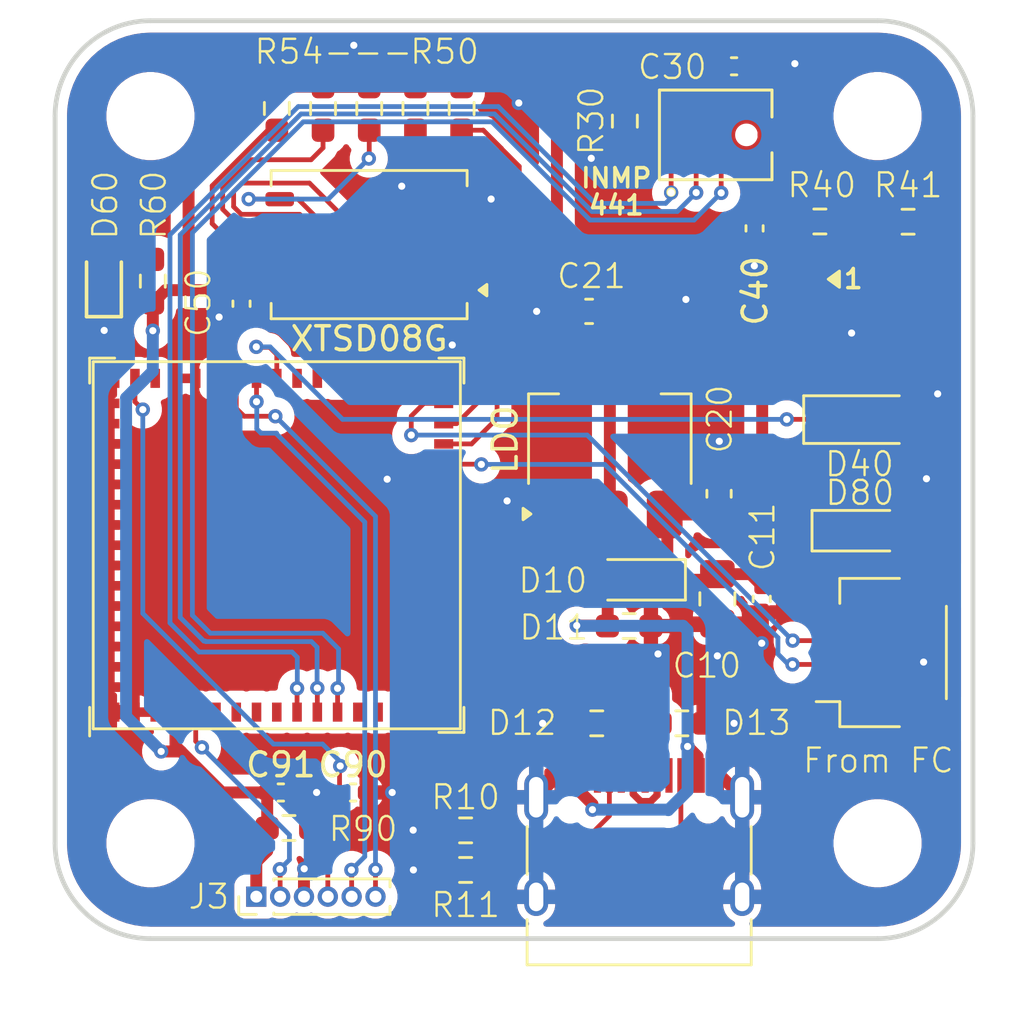
<source format=kicad_pcb>
(kicad_pcb (version 20241229) (generator "pcbnew") (generator_version "9.0")
  (layers (0 "F.Cu" signal) (2 "B.Cu" signal) (13 "F.Paste" user) (15 "B.Paste" user) (5 "F.SilkS" user "F.Silkscreen") (7 "B.SilkS" user "B.Silkscreen") (1 "F.Mask" user) (3 "B.Mask" user) (25 "Edge.Cuts" user))
  (net 0 "")
  (net 1 "GND")
  (net 2 "+5V")
  (net 3 "+3V3")
  (net 4 "EN")
  (net 6 "Net-(D6-DIN)")
  (net 7 "VBUS")
  (net 8 "USB_D-")
  (net 9 "USB_D+")
  (net 10 "RGB_CTRL")
  (net 11 "Net-(D40-A)")
  (net 12 "Net-(D60-Pad2)")
  (net 13 "Net-(D80-A)")
  (net 15 "Net-(J1-CC1)")
  (net 16 "Net-(J1-CC2)")
  (net 18 "ENABLE")
  (net 19 "RECORD")
  (net 20 "U0RXD")
  (net 21 "U0TXD")
  (net 22 "GPIO0{slash}BOOT")
  (net 23 "I2S_SD")
  (net 24 "SDIO_DATA_2")
  (net 25 "SDIO_DATA_3")
  (net 26 "SDIO_CMD")
  (net 27 "SDIO_DATA_0")
  (net 28 "SDIO_DATA_1")
  (net 41 "I2S_WS")
  (net 42 "SDIO_CLK")
  (net 45 "I2S_SCK")
  (footprint "Resistor_SMD:R_0603_1608Metric_Pad0.98x0.95mm_HandSolder" (layer "F.Cu") (at 172.31 84.86)
    (property "Reference" "R90")
    (property "Value" "10 kΩ")
  )
  (footprint "Resistor_SMD:R_0603_1608Metric_Pad0.98x0.95mm_HandSolder" (layer "F.Cu") (at 185.22 80.47)
    (property "Reference" "D12")
    (property "Value" "~")
  )
  (footprint "MountingHole:MountingHole_3.2mm_M3" (layer "F.Cu") (at 166.5 55)
    (property "Reference" "H1" (hide yes))
    (property "Value" "MountingHole")
  )
  (footprint "Capacitor_SMD:C_0402_1005Metric_Pad0.74x0.62mm_HandSolder" (layer "F.Cu") (at 191.84 59.71 -90)
    (property "Reference" "C40")
    (property "Value" "100nF/10V/X7R")
  )
  (footprint "Resistor_SMD:R_0603_1608Metric_Pad0.98x0.95mm_HandSolder" (layer "F.Cu") (at 194.58 59.42 180)
    (property "Reference" "R40")
    (property "Value" "4.7kΩ")
  )
  (footprint "Resistor_SMD:R_0603_1608Metric_Pad0.98x0.95mm_HandSolder" (layer "F.Cu") (at 179.5525 54.68 -90)
    (property "Reference" "R50")
    (property "Value" "10kΩ")
  )
  (footprint "Resistor_SMD:R_0603_1608Metric_Pad0.98x0.95mm_HandSolder" (layer "F.Cu") (at 186.58 76.39 180)
    (property "Reference" "D11")
    (property "Value" "~")
  )
  (footprint "Capacitor_SMD:C_0603_1608Metric_Pad1.08x0.95mm_HandSolder" (layer "F.Cu") (at 184.9 63.19 180)
    (property "Reference" "C21")
    (property "Value" "10uF/16V/X7R")
  )
  (footprint "Capacitor_SMD:C_0402_1005Metric_Pad0.74x0.62mm_HandSolder" (layer "F.Cu") (at 171.97 83.37)
    (property "Reference" "C91")
    (property "Value" "100nF/10V/X7R")
  )
  (footprint "Resistor_SMD:R_0603_1608Metric_Pad0.98x0.95mm_HandSolder" (layer "F.Cu") (at 177.615 54.68 -90)
    (property "Reference" "R51" (hide yes))
    (property "Value" "~")
  )
  (footprint "Connector_JST:JST_SH_SM04B-SRSS-TB_1x04-1MP_P1.00mm_Horizontal" (layer "F.Cu") (at 197.2 77.5 90)
    (property "Reference" "J2" (hide yes))
    (property "Value" "Conn_01x04")
  )
  (footprint "PCM_JLCPCB:LED_WS2812B_PLCC4_5.0x5.0mm_P3.2mm" (layer "F.Cu") (at 196.5 63.5)
    (property "Reference" "D6" (hide yes))
    (property "Value" "WS2812B")
  )
  (footprint "MountingHole:MountingHole_3.2mm_M3" (layer "F.Cu") (at 197 85.5)
    (property "Reference" "From FC")
    (property "Value" "MountingHole")
  )
  (footprint "Resistor_SMD:R_0603_1608Metric_Pad0.98x0.95mm_HandSolder" (layer "F.Cu") (at 166.6 61.9225 -90)
    (property "Reference" "R60")
    (property "Value" "1kΩ")
  )
  (footprint "Connector_PinHeader_1.00mm:PinHeader_1x06_P1.00mm_Vertical" (layer "F.Cu") (at 170.94 87.74 90)
    (property "Reference" "J3")
    (property "Value" "Conn_01x06")
  )
  (footprint "Package_LGA:LGA-8_8x6mm_P1.27mm" (layer "F.Cu") (at 175.6725 60.39 180)
    (property "Reference" "XTSD08G")
    (property "Value" "XTSD08G")
  )
  (footprint "MountingHole:MountingHole_3.2mm_M3" (layer "F.Cu") (at 166.5 85.5)
    (property "Reference" "H1" (hide yes))
    (property "Value" "MountingHole")
  )
  (footprint "PCM_JLCPCB:D_0603" (layer "F.Cu") (at 164.55 61.9225 90)
    (property "Reference" "D60" (hide yes))
    (property "Value" "Red")
  )
  (footprint "Capacitor_SMD:C_0805_2012Metric_Pad1.18x1.45mm_HandSolder" (layer "F.Cu") (at 190.28 75.25 -90)
    (property "Reference" "C10")
    (property "Value" "10uF/16V/X7R")
  )
  (footprint "PCM_Espressif:ESP32-S3-MINI-1U" (layer "F.Cu") (at 171.8 73 90)
    (property "Reference" "U1" (hide yes))
    (property "Value" "ESP32-S3-MINI-1U")
  )
  (footprint "Capacitor_SMD:C_0603_1608Metric_Pad1.08x0.95mm_HandSolder" (layer "F.Cu") (at 190.35 70.84 90)
    (property "Reference" "C20")
    (property "Value" "1uF/16V/X7R")
  )
  (footprint "Resistor_SMD:R_0603_1608Metric_Pad0.98x0.95mm_HandSolder" (layer "F.Cu") (at 188.79 80.47 180)
    (property "Reference" "D13")
    (property "Value" "~")
  )
  (footprint "Capacitor_SMD:C_0402_1005Metric_Pad0.74x0.62mm_HandSolder" (layer "F.Cu") (at 192.14 75.25 -90)
    (property "Reference" "C11")
    (property "Value" "100nF/16V/X7R")
  )
  (footprint "Resistor_SMD:R_0603_1608Metric_Pad0.98x0.95mm_HandSolder" (layer "F.Cu") (at 179.72 84.96)
    (property "Reference" "R10")
    (property "Value" "5.1kΩ")
  )
  (footprint "Diode_SMD:D_SOD-123" (layer "F.Cu") (at 196.26 67.73)
    (property "Reference" "D40")
    (property "Value" "1N4148W")
  )
  (footprint "Resistor_SMD:R_0603_1608Metric_Pad0.98x0.95mm_HandSolder" (layer "F.Cu") (at 173.74 54.68 -90)
    (property "Reference" "R53" (hide yes))
    (property "Value" "~")
  )
  (footprint "Diode_SMD:D_SOD-323_HandSoldering" (layer "F.Cu") (at 196.26 72.39)
    (property "Reference" "D80")
    (property "Value" "B5819")
  )
  (footprint "FPVSoundLogger_HW:MIC_INMP441ACEZ-R7" (layer "F.Cu") (at 190.21 55.7875 180)
    (property "Reference" "INMP")
    (property "Value" "INMP441/IVENSENSE-I2S")
  )
  (footprint "Package_TO_SOT_SMD:SOT-223-3_TabPin2" (layer "F.Cu") (at 185.77 68.56 90)
    (property "Reference" "LDO")
    (property "Value" "AMS1117-3.3")
  )
  (footprint "Capacitor_SMD:C_0402_1005Metric_Pad0.74x0.62mm_HandSolder" (layer "F.Cu") (at 190.98 52.91)
    (property "Reference" "C30")
    (property "Value" "100nF/10V/X7R")
  )
  (footprint "Capacitor_SMD:C_0402_1005Metric_Pad0.74x0.62mm_HandSolder" (layer "F.Cu") (at 175 83.37)
    (property "Reference" "C90")
    (property "Value" "100nF/10V/X7R")
  )
  (footprint "Resistor_SMD:R_0603_1608Metric_Pad0.98x0.95mm_HandSolder" (layer "F.Cu") (at 171.8025 54.68 -90)
    (property "Reference" "R54")
    (property "Value" "~")
  )
  (footprint "Resistor_SMD:R_0603_1608Metric_Pad0.98x0.95mm_HandSolder" (layer "F.Cu") (at 179.72 86.62)
    (property "Reference" "R11")
    (property "Value" "5.1kΩ")
  )
  (footprint "Capacitor_SMD:C_0402_1005Metric_Pad0.74x0.62mm_HandSolder" (layer "F.Cu") (at 170.32 62.87 -90)
    (property "Reference" "C50")
    (property "Value" "100nF/10V/X7R")
  )
  (footprint "Connector_USB:USB_C_Receptacle_HRO_TYPE-C-31-M-12" (layer "F.Cu") (at 187 86.7)
    (property "Reference" "J1" (hide yes))
    (property "Value" "USB_C_Receptacle_USB2.0_16P")
  )
  (footprint "Resistor_SMD:R_0603_1608Metric_Pad0.98x0.95mm_HandSolder" (layer "F.Cu") (at 198.28 59.43)
    (property "Reference" "R41")
    (property "Value" "0R")
  )
  (footprint "Resistor_SMD:R_0603_1608Metric_Pad0.98x0.95mm_HandSolder" (layer "F.Cu") (at 186.4 55.21 90)
    (property "Reference" "R30")
    (property "Value" "100kΩ")
  )
  (footprint "Diode_SMD:D_SOD-323_HandSoldering" (layer "F.Cu") (at 186.93 74.45 180)
    (property "Reference" "D10")
    (property "Value" "B5819")
  )
  (footprint "MountingHole:MountingHole_3.2mm_M3" (layer "F.Cu") (at 197 55)
    (property "Reference" "H1" (hide yes))
    (property "Value" "MountingHole")
  )
  (footprint "Resistor_SMD:R_0603_1608Metric_Pad0.98x0.95mm_HandSolder" (layer "F.Cu") (at 175.6775 54.68 -90)
    (property "Reference" "R52" (hide yes))
    (property "Value" "~")
  )
  (gr_line (start 162.5 85.5) (end 162.5 55) (stroke (width 0.2)) (layer "Edge.Cuts"))
  (gr_line (start 201 55) (end 201 85.5) (stroke (width 0.2)) (layer "Edge.Cuts"))
  (gr_arc (start 201 85.5) (mid 199.828427 88.328427) (end 197 89.5) (stroke (width 0.2)) (layer "Edge.Cuts"))
  (gr_line (start 166.5 51) (end 197 51) (stroke (width 0.2)) (layer "Edge.Cuts"))
  (gr_line (start 197 89.5) (end 166.5 89.5) (stroke (width 0.2)) (layer "Edge.Cuts"))
  (gr_arc (start 162.5 55) (mid 163.671573 52.171573) (end 166.5 51) (stroke (width 0.2)) (layer "Edge.Cuts"))
  (gr_arc (start 166.5 89.5) (mid 163.671573 88.328427) (end 162.5 85.5) (stroke (width 0.2)) (layer "Edge.Cuts"))
  (gr_arc (start 197 51) (mid 199.828427 52.171573) (end 201 55) (stroke (width 0.2)) (layer "Edge.Cuts"))
  (gr_text "D60" (at 164.6 58.7325 90) (layer "F.SilkS") (effects (font (size 1 1) (thickness 0.1))))
  (gr_text "---" (at 175.63 52.3 0) (layer "F.SilkS") (effects (font (size 1 1) (thickness 0.1))))
  (gr_text "441" (at 186.04 58.74 0) (layer "F.SilkS") (effects (font (size 0.8 0.8))))
  (segment (start 195.0175 75.8175) (end 195.2 76) (width 0.5) (layer "F.Cu") (net 1))
  (segment (start 187.4925 77.2625) (end 187.79 77.56) (width 0.5) (layer "F.Cu") (net 1))
  (segment (start 192.82 56.47) (end 192.1725 57.1175) (width 0.5) (layer "F.Cu") (net 1))
  (segment (start 191.4975 54.45) (end 192.23 54.45) (width 0.5) (layer "F.Cu") (net 1))
  (segment (start 190.28 76.2875) (end 190.28 77.64) (width 0.5) (layer "F.Cu") (net 1))
  (segment (start 175.5675 83.37) (end 176.64 83.37) (width 0.5) (layer "F.Cu") (net 1))
  (segment (start 190.405 82.655) (end 191.32 83.57) (width 0.5) (layer "F.Cu") (net 1))
  (segment (start 190.1775 76.39) (end 190.28 76.2875) (width 0.5) (layer "F.Cu") (net 1))
  (segment (start 183.75 81.0275) (end 184.3075 80.47) (width 0.5) (layer "F.Cu") (net 1))
  (segment (start 178.8075 84.96) (end 177.53 84.96) (width 0.5) (layer "F.Cu") (net 1))
  (segment (start 172.94 87.74) (end 172.94 86.58) (width 0.5) (layer "F.Cu") (net 1))
  (segment (start 180.785 58.485) (end 180.79 58.48) (width 0.5) (layer "F.Cu") (net 1))
  (segment (start 179.4225 58.485) (end 180.785 58.485) (width 0.5) (layer "F.Cu") (net 1))
  (segment (start 187.4925 76.39) (end 187.4925 77.2625) (width 0.5) (layer "F.Cu") (net 1))
  (segment (start 183.595 82.655) (end 182.68 83.57) (width 0.5) (layer "F.Cu") (net 1))
  (segment (start 191.84 61.27) (end 191.83 61.28) (width 0.5) (layer "F.Cu") (net 1))
  (segment (start 191.49 54.4575) (end 191.4975 54.45) (width 0.5) (layer "F.Cu") (net 1))
  (segment (start 190.35 69.9775) (end 190.35 68.65) (width 0.5) (layer "F.Cu") (net 1))
  (segment (start 182.03 71.71) (end 181.46 71.14) (width 0.5) (layer "F.Cu") (net 1))
  (segment (start 172.94 86.58) (end 172.95 86.57) (width 0.5) (layer "F.Cu") (net 1))
  (segment (start 192.82 55.78) (end 192.216 55.78) (width 0.5) (layer "F.Cu") (net 1))
  (segment (start 192.1725 57.1175) (end 191.49 57.1175) (width 0.5) (layer "F.Cu") (net 1))
  (segment (start 177.53 84.96) (end 177.52 84.95) (width 0.5) (layer "F.Cu") (net 1))
  (segment (start 191.67 76.2875) (end 192.14 75.8175) (width 0.5) (layer "F.Cu") (net 1))
  (segment (start 188.34 54.4575) (end 186.56 54.4575) (width 0.5) (layer "F.Cu") (net 1))
  (segment (start 172.5375 83.37) (end 173.47 83.37) (width 0.5) (layer "F.Cu") (net 1))
  (segment (start 192.82 55.04) (end 192.82 55.78) (width 0.5) (layer "F.Cu") (net 1))
  (segment (start 190.25 81.0175) (end 189.7025 80.47) (width 0.5) (layer "F.Cu") (net 1))
  (segment (start 199.52 65.72) (end 199.52 66.65) (width 0.5) (layer "F.Cu") (net 1))
  (segment (start 190.25 82.655) (end 190.25 81.0175) (width 0.5) (layer "F.Cu") (net 1))
  (segment (start 192.14 75.8175) (end 192.14 77.11) (width 0.5) (layer "F.Cu") (net 1))
  (segment (start 184.3075 80.47) (end 182.95 80.47) (width 0.5) (layer "F.Cu") (net 1))
  (segment (start 169.3875 63.4375) (end 169.38 63.43) (width 0.5) (layer "F.Cu") (net 1))
  (segment (start 192.216 55.78) (end 192.216 55.7875) (width 0.5) (layer "F.Cu") (net 1))
  (segment (start 183.75 82.655) (end 183.75 81.0275) (width 0.5) (layer "F.Cu") (net 1))
  (segment (start 192.23 54.45) (end 192.82 55.04) (width 0.5) (layer "F.Cu") (net 1))
  (segment (start 170.32 63.4375) (end 169.3875 63.4375) (width 0.5) (layer "F.Cu") (net 1))
  (segment (start 183.47 71.71) (end 182.03 71.71) (width 0.5) (layer "F.Cu") (net 1))
  (segment (start 191.32 83.57) (end 191.32 87.75) (width 0.5) (layer "F.Cu") (net 1))
  (segment (start 198.95 65.15) (end 199.52 65.72) (width 0.5) (layer "F.Cu") (net 1))
  (segment (start 187.4925 76.39) (end 190.1775 76.39) (width 0.5) (layer "F.Cu") (net 1))
  (segment (start 190.25 82.655) (end 190.405 82.655) (width 0.5) (layer "F.Cu") (net 1))
  (segment (start 191.49 54.4575) (end 191.49 52.9675) (width 0.5) (layer "F.Cu") (net 1))
  (segment (start 183.75 82.655) (end 183.595 82.655) (width 0.5) (layer "F.Cu") (net 1))
  (segment (start 190.35 68.65) (end 190.36 68.64) (width 0.5) (layer "F.Cu") (net 1))
  (segment (start 186.56 54.4575) (end 186.4 54.2975) (width 0.5) (layer "F.Cu") (net 1))
  (segment (start 189.7025 80.47) (end 190.98 80.47) (width 0.5) (layer "F.Cu") (net 1))
  (segment (start 192.82 55.78) (end 192.82 56.47) (width 0.5) (layer "F.Cu") (net 1))
  (segment (start 178.8075 86.62) (end 177.53 86.62) (width 0.5) (layer "F.Cu") (net 1))
  (segment (start 191.84 60.2775) (end 191.84 61.27) (width 0.5) (layer "F.Cu") (net 1))
  (segment (start 184.0375 63.19) (end 182.7 63.19) (width 0.5) (layer "F.Cu") (net 1))
  (segment (start 192.14 75.8175) (end 195.0175 75.8175) (width 0.5) (layer "F.Cu") (net 1))
  (segment (start 164.55 62.7125) (end 164.55 63.98) (width 0.5) (layer "F.Cu") (net 1))
  (segment (start 191.49 52.9675) (end 191.5475 52.91) (width 0.5) (layer "F.Cu") (net 1))
  (segment (start 190.28 76.2875) (end 191.67 76.2875) (width 0.5) (layer "F.Cu") (net 1))
  (segment (start 164.55 63.98) (end 164.56 63.99) (width 0.5) (layer "F.Cu") (net 1))
  (via (at 182.95 80.47) (size 0.6) (drill 0.3) (layers "F.Cu" "B.Cu") (net 1))
  (via (at 195.91 64.1) (size 0.6) (drill 0.3) (layers "F.Cu" "B.Cu") (net 1))
  (via (at 175.03 52.03) (size 0.6) (drill 0.3) (layers "F.Cu" "B.Cu") (net 1))
  (via (at 179.16 64.6) (size 0.6) (drill 0.3) (layers "F.Cu" "B.Cu") (net 1))
  (via (at 192.14 77.11) (size 0.6) (drill 0.3) (layers "F.Cu" "B.Cu") (net 1))
  (via (at 190.28 77.64) (size 0.6) (drill 0.3) (layers "F.Cu" "B.Cu") (net 1))
  (via (at 190.98 80.47) (size 0.6) (drill 0.3) (layers "F.Cu" "B.Cu") (net 1))
  (via (at 177.53 86.62) (size 0.6) (drill 0.3) (layers "F.Cu" "B.Cu") (net 1))
  (via (at 180.79 58.48) (size 0.6) (drill 0.3) (layers "F.Cu" "B.Cu") (net 1))
  (via (at 191.83 61.28) (size 0.6) (drill 0.3) (layers "F.Cu" "B.Cu") (net 1))
  (via (at 164.56 63.99) (size 0.6) (drill 0.3) (layers "F.Cu" "B.Cu") (net 1))
  (via (at 193.53 52.8) (size 0.6) (drill 0.3) (layers "F.Cu" "B.Cu") (net 1))
  (via (at 173.47 83.37) (size 0.6) (drill 0.3) (layers "F.Cu" "B.Cu") (net 1))
  (via (at 198.93 77.9) (size 0.6) (drill 0.3) (layers "F.Cu" "B.Cu") (net 1))
  (via (at 182.7 63.19) (size 0.6) (drill 0.3) (layers "F.Cu" "B.Cu") (net 1))
  (via (at 172.95 86.57) (size 0.6) (drill 0.3) (layers "F.Cu" "B.Cu") (net 1))
  (via (at 187.79 77.56) (size 0.6) (drill 0.3) (layers "F.Cu" "B.Cu") (net 1))
  (via (at 199.05 70.21) (size 0.6) (drill 0.3) (layers "F.Cu" "B.Cu") (net 1))
  (via (at 181.95 54.45) (size 0.6) (drill 0.3) (layers "F.Cu" "B.Cu") (net 1))
  (via (at 181.46 71.14) (size 0.6) (drill 0.3) (layers "F.Cu" "B.Cu") (net 1))
  (via (at 177.52 84.95) (size 0.6) (drill 0.3) (layers "F.Cu" "B.Cu") (net 1))
  (via (at 176.43 70.23) (size 0.6) (drill 0.3) (layers "F.Cu" "B.Cu") (net 1))
  (via (at 188.96 62.69) (size 0.6) (drill 0.3) (layers "F.Cu" "B.Cu") (net 1))
  (via (at 176.64 83.37) (size 0.6) (drill 0.3) (layers "F.Cu" "B.Cu") (net 1))
  (via (at 169.38 63.43) (size 0.6) (drill 0.3) (layers "F.Cu" "B.Cu") (net 1))
  (via (at 190.36 68.64) (size 0.6) (drill 0.3) (layers "F.Cu" "B.Cu") (net 1))
  (via (at 177.04 57.94) (size 0.6) (drill 0.3) (layers "F.Cu" "B.Cu") (net 1))
  (via (at 184.99 56.77) (size 0.6) (drill 0.3) (layers "F.Cu" "B.Cu") (net 1))
  (via (at 199.52 66.65) (size 0.6) (drill 0.3) (layers "F.Cu" "B.Cu") (net 1))
  (segment (start 193.1725 59.1425) (end 191.84 59.1425) (width 0.6) (layer "F.Cu") (net 2))
  (segment (start 190.0425 74.45) (end 190.28 74.2125) (width 0.2) (layer "F.Cu") (net 2))
  (segment (start 192.16 70.13) (end 192.16 70.4) (width 0.5) (layer "F.Cu") (net 2))
  (segment (start 193.6675 59.42) (end 193.45 59.42) (width 0.6) (layer "F.Cu") (net 2))
  (segment (start 192.16 64.7) (end 192.16 70.13) (width 0.5) (layer "F.Cu") (net 2))
  (segment (start 193.6675 61.4675) (end 194.0375 61.8375) (width 0.5) (layer "F.Cu") (net 2))
  (segment (start 190.28 74.2125) (end 191.67 74.2125) (width 0.5) (layer "F.Cu") (net 2))
  (segment (start 188.18 74.45) (end 190.0425 74.45) (width 0.5) (layer "F.Cu") (net 2))
  (segment (start 190.3425 71.71) (end 190.35 71.7025) (width 0.2) (layer "F.Cu") (net 2))
  (segment (start 188.18 74.45) (end 188.18 71.82) (width 0.5) (layer "F.Cu") (net 2))
  (segment (start 191.67 74.2125) (end 192.14 74.6825) (width 0.5) (layer "F.Cu") (net 2))
  (segment (start 190.8575 71.7025) (end 190.35 71.7025) (width 0.5) (layer "F.Cu") (net 2))
  (segment (start 194.42 72.39) (end 192.16 70.13) (width 0.5) (layer "F.Cu") (net 2))
  (segment (start 188.07 71.71) (end 190.3425 71.71) (width 0.5) (layer "F.Cu") (net 2))
  (segment (start 192.16 70.4) (end 190.8575 71.7025) (width 0.5) (layer "F.Cu") (net 2))
  (segment (start 194.05 62.81) (end 192.16 64.7) (width 0.5) (layer "F.Cu") (net 2))
  (segment (start 195.01 72.39) (end 194.42 72.39) (width 0.5) (layer "F.Cu") (net 2))
  (segment (start 193.45 59.42) (end 193.1725 59.1425) (width 0.6) (layer "F.Cu") (net 2))
  (segment (start 194.0375 61.8375) (end 194.05 61.85) (width 0.2) (layer "F.Cu") (net 2))
  (segment (start 188.18 71.82) (end 188.07 71.71) (width 0.5) (layer "F.Cu") (net 2))
  (segment (start 193.6675 59.42) (end 193.6675 61.4675) (width 0.6) (layer "F.Cu") (net 2))
  (segment (start 194.05 61.85) (end 194.05 62.81) (width 0.5) (layer "F.Cu") (net 2))
  (segment (start 171.3975 84.86) (end 171.3975 83.375) (width 0.5) (layer "F.Cu") (net 3))
  (segment (start 173.74 53.7675) (end 177.615 53.7675) (width 0.5) (layer "F.Cu") (net 3))
  (segment (start 170.32 62.3025) (end 169.3925 62.3025) (width 0.5) (layer "F.Cu") (net 3))
  (segment (start 171.9225 62.295) (end 170.3275 62.295) (width 0.5) (layer "F.Cu") (net 3))
  (segment (start 185.7625 65.4025) (end 185.77 65.41) (width 0.5) (layer "F.Cu") (net 3))
  (segment (start 170.3275 62.295) (end 170.32 62.3025) (width 0.5) (layer "F.Cu") (net 3))
  (segment (start 166.6 62.835) (end 166.6 64) (width 0.5) (layer "F.Cu") (net 3))
  (segment (start 185.7625 63.19) (end 185.7625 65.4025) (width 0.5) (layer "F.Cu") (net 3))
  (segment (start 190.44 52.9375) (end 190.4125 52.91) (width 0.5) (layer "F.Cu") (net 3))
  (segment (start 171.3975 85.8225) (end 170.94 86.28) (width 0.5) (layer "F.Cu") (net 3))
  (segment (start 179.5525 53.7675) (end 180.41 52.91) (width 0.5) (layer "F.Cu") (net 3))
  (segment (start 167.79 81.66) (end 167.78 81.65) (width 0.5) (layer "F.Cu") (net 3))
  (segment (start 169.3925 62.3025) (end 169.39 62.3) (width 0.5) (layer "F.Cu") (net 3))
  (segment (start 183.55 59.88) (end 183.55 52.94) (width 0.5) (layer "F.Cu") (net 3))
  (segment (start 171.3975 84.86) (end 171.3975 85.8225) (width 0.5) (layer "F.Cu") (net 3))
  (segment (start 185.7625 63.19) (end 185.7625 62.0925) (width 0.5) (layer "F.Cu") (net 3))
  (segment (start 185.77 71.71) (end 185.77 65.41) (width 0.5) (layer "F.Cu") (net 3))
  (segment (start 166.6 62.835) (end 167.135 62.3) (width 0.5) (layer "F.Cu") (net 3))
  (segment (start 169.39 62.3) (end 168.1 62.3) (width 0.5) (layer "F.Cu") (net 3))
  (segment (start 173.74 53.7675) (end 179.5525 53.7675) (width 0.5) (layer "F.Cu") (net 3))
  (segment (start 190.44 54.4575) (end 190.44 52.9375) (width 0.5) (layer "F.Cu") (net 3))
  (segment (start 185.7625 62.0925) (end 183.55 59.88) (width 0.5) (layer "F.Cu") (net 3))
  (segment (start 169.5 83.37) (end 171.4025 83.37) (width 0.5) (layer "F.Cu") (net 3))
  (segment (start 167.79 81.66) (end 169.5 83.37) (width 0.5) (layer "F.Cu") (net 3))
  (segment (start 167.55 80) (end 167.55 81.42) (width 0.5) (layer "F.Cu") (net 3))
  (segment (start 171.8025 53.7675) (end 168.1 57.47) (width 0.5) (layer "F.Cu") (net 3))
  (segment (start 183.52 52.91) (end 190.4125 52.91) (width 0.5) (layer "F.Cu") (net 3))
  (segment (start 180.41 52.91) (end 183.52 52.91) (width 0.5) (layer "F.Cu") (net 3))
  (segment (start 173.74 53.7675) (end 175.6775 53.7675) (width 0.5) (layer "F.Cu") (net 3))
  (segment (start 167.55 81.42) (end 167.79 81.66) (width 0.5) (layer "F.Cu") (net 3))
  (segment (start 189.39 54.4575) (end 190.44 54.4575) (width 0.5) (layer "F.Cu") (net 3))
  (segment (start 183.55 52.94) (end 183.52 52.91) (width 0.5) (layer "F.Cu") (net 3))
  (segment (start 167.78 81.65) (end 166.95 81.65) (width 0.5) (layer "F.Cu") (net 3))
  (segment (start 171.3975 83.375) (end 171.4025 83.37) (width 0.5) (layer "F.Cu") (net 3))
  (segment (start 170.94 86.28) (end 170.94 87.74) (width 0.5) (layer "F.Cu") (net 3))
  (segment (start 168.1 62.3) (end 167.135 62.3) (width 0.5) (layer "F.Cu") (net 3))
  (segment (start 171.8025 53.7675) (end 173.74 53.7675) (width 0.5) (layer "F.Cu") (net 3))
  (segment (start 168.1 57.47) (end 168.1 62.3) (width 0.5) (layer "F.Cu") (net 3))
  (via (at 166.95 81.65) (size 0.6) (drill 0.3) (layers "F.Cu" "B.Cu") (net 3))
  (via (at 166.6 64) (size 0.6) (drill 0.3) (layers "F.Cu" "B.Cu") (net 3))
  (segment (start 165.479 66.821) (end 165.479 80.179) (width 0.5) (layer "B.Cu") (net 3))
  (segment (start 166.6 64) (end 166.6 65.7) (width 0.5) (layer "B.Cu") (net 3))
  (segment (start 166.6 65.7) (end 165.479 66.821) (width 0.5) (layer "B.Cu") (net 3))
  (segment (start 165.479 80.179) (end 166.95 81.65) (width 0.5) (layer "B.Cu") (net 3))
  (segment (start 173.2225 84.86) (end 173.2225 85.6025) (width 0.2) (layer "F.Cu") (net 4))
  (segment (start 174.4325 83.37) (end 174.4325 82.2875) (width 0.2) (layer "F.Cu") (net 4))
  (segment (start 165.85 66) (end 165.85 66.98) (width 0.2) (layer "F.Cu") (net 4))
  (segment (start 174.4325 83.37) (end 174.4325 83.65) (width 0.2) (layer "F.Cu") (net 4))
  (segment (start 174.4325 82.2875) (end 174.46 82.26) (width 0.2) (layer "F.Cu") (net 4))
  (segment (start 173.2225 85.6025) (end 173.94 86.32) (width 0.2) (layer "F.Cu") (net 4))
  (segment (start 165.85 66.98) (end 166.18 67.31) (width 0.2) (layer "F.Cu") (net 4))
  (segment (start 173.94 86.32) (end 173.94 87.74) (width 0.2) (layer "F.Cu") (net 4))
  (segment (start 174.4325 83.65) (end 173.2225 84.86) (width 0.2) (layer "F.Cu") (net 4))
  (via (at 166.18 67.31) (size 0.6) (drill 0.3) (layers "F.Cu" "B.Cu") (net 4))
  (via (at 174.46 82.26) (size 0.6) (drill 0.3) (layers "F.Cu" "B.Cu") (net 4))
  (segment (start 166.18 75.86) (end 171.66 81.34) (width 0.2) (layer "B.Cu") (net 4))
  (segment (start 174.46 82.08) (end 174.46 82.26) (width 0.2) (layer "B.Cu") (net 4))
  (segment (start 171.66 81.34) (end 173.72 81.34) (width 0.2) (layer "B.Cu") (net 4))
  (segment (start 173.72 81.34) (end 174.46 82.08) (width 0.2) (layer "B.Cu") (net 4))
  (segment (start 166.18 67.31) (end 166.18 75.86) (width 0.2) (layer "B.Cu") (net 4))
  (segment (start 199.1925 59.43) (end 199.1925 61.6075) (width 0.2) (layer "F.Cu") (net 6))
  (segment (start 199.1925 61.6075) (end 198.95 61.85) (width 0.2) (layer "F.Cu") (net 6))
  (segment (start 189.45 81.86) (end 189.03 81.44) (width 0.5) (layer "F.Cu") (net 7))
  (segment (start 185.6725 76.37) (end 184.38 76.37) (width 0.5) (layer "F.Cu") (net 7))
  (segment (start 184.55 82.655) (end 184.55 83.37186) (width 0.5) (layer "F.Cu") (net 7))
  (segment (start 189.45 82.655) (end 189.45 81.86) (width 0.5) (layer "F.Cu") (net 7))
  (segment (start 185.04 83.86186) (end 185.04 84.09) (width 0.5) (layer "F.Cu") (net 7))
  (segment (start 184.55 83.37186) (end 185.04 83.86186) (width 0.5) (layer "F.Cu") (net 7))
  (segment (start 185.68 76.3775) (end 185.6675 76.39) (width 0.2) (layer "F.Cu") (net 7))
  (segment (start 185.68 74.45) (end 185.68 76.3775) (width 0.5) (layer "F.Cu") (net 7))
  (segment (start 185.68 76.3775) (end 185.6725 76.37) (width 0.2) (layer "F.Cu") (net 7))
  (via (at 184.38 76.37) (size 0.6) (drill 0.3) (layers "F.Cu" "B.Cu") (net 7))
  (via (at 189.03 81.44) (size 0.6) (drill 0.3) (layers "F.Cu" "B.Cu") (net 7))
  (via (at 185.04 84.09) (size 0.6) (drill 0.3) (layers "F.Cu" "B.Cu") (net 7))
  (segment (start 185.04 84.09) (end 188.2 84.09) (width 0.5) (layer "B.Cu") (net 7))
  (segment (start 184.39 76.38) (end 184.38 76.37) (width 0.5) (layer "B.Cu") (net 7))
  (segment (start 189.03 81.44) (end 189.03 76.57) (width 0.5) (layer "B.Cu") (net 7))
  (segment (start 189.03 76.57) (end 188.84 76.38) (width 0.5) (layer "B.Cu") (net 7))
  (segment (start 189.03 83.3) (end 189.03 81.44) (width 0.5) (layer "B.Cu") (net 7))
  (segment (start 188.2 84.09) (end 188.22 84.11) (width 0.5) (layer "B.Cu") (net 7))
  (segment (start 188.84 76.38) (end 184.39 76.38) (width 0.5) (layer "B.Cu") (net 7))
  (segment (start 188.22 84.11) (end 189.03 83.3) (width 0.5) (layer "B.Cu") (net 7))
  (segment (start 189.02 81.43) (end 189.03 81.44) (width 0.2) (layer "B.Cu") (net 7))
  (segment (start 180.725 77.223198) (end 182.136802 78.635) (width 0.3) (layer "F.Cu") (net 8))
  (segment (start 187.279999 79.557501) (end 186.25 80.5875) (width 0.3) (layer "F.Cu") (net 8))
  (segment (start 187.25 82.655) (end 187.25 81.73) (width 0.3) (layer "F.Cu") (net 8))
  (segment (start 179.600001 72.8) (end 180.091802 72.8) (width 0.3) (layer "F.Cu") (net 8))
  (segment (start 186.456802 78.635) (end 187.279999 79.458197) (width 0.3) (layer "F.Cu") (net 8))
  (segment (start 187.25 81.73) (end 187.1 81.58) (width 0.3) (layer "F.Cu") (net 8))
  (segment (start 187.279999 79.458197) (end 187.279999 79.557501) (width 0.3) (layer "F.Cu") (net 8))
  (segment (start 186.59 81.58) (end 186.25 81.92) (width 0.3) (layer "F.Cu") (net 8))
  (segment (start 180.091802 72.8) (end 180.725 73.433198) (width 0.3) (layer "F.Cu") (net 8))
  (segment (start 179.400001 73) (end 179.600001 72.8) (width 0.3) (layer "F.Cu") (net 8))
  (segment (start 186.25 81.92) (end 186.25 82.655) (width 0.3) (layer "F.Cu") (net 8))
  (segment (start 187.1 81.58) (end 186.59 81.58) (width 0.3) (layer "F.Cu") (net 8))
  (segment (start 180.725 73.433198) (end 180.725 77.223198) (width 0.3) (layer "F.Cu") (net 8))
  (segment (start 178.8 73) (end 179.400001 73) (width 0.3) (layer "F.Cu") (net 8))
  (segment (start 182.136802 78.635) (end 186.456802 78.635) (width 0.3) (layer "F.Cu") (net 8))
  (segment (start 186.25 82.655) (end 186.25 80.5875) (width 0.3) (layer "F.Cu") (net 8))
  (segment (start 186.25 80.5875) (end 186.1325 80.47) (width 0.2) (layer "F.Cu") (net 8))
  (segment (start 180.278198 72.35) (end 181.175 73.246802) (width 0.3) (layer "F.Cu") (net 9))
  (segment (start 187.75 82.655) (end 187.735 82.655) (width 0.2) (layer "F.Cu") (net 9))
  (segment (start 187.48 83.75) (end 187.75 83.48) (width 0.3) (layer "F.Cu") (net 9))
  (segment (start 178.8 72.15) (end 179.400001 72.15) (width 0.3) (layer "F.Cu") (net 9))
  (segment (start 187.73 80.6175) (end 187.8775 80.47) (width 0.2) (layer "F.Cu") (net 9))
  (segment (start 187.735 82.655) (end 187.73 82.65) (width 0.2) (layer "F.Cu") (net 9))
  (segment (start 186.75 83.432) (end 187.068 83.75) (width 0.3) (layer "F.Cu") (net 9))
  (segment (start 187.75 83.48) (end 187.75 82.655) (width 0.3) (layer "F.Cu") (net 9))
  (segment (start 187.73 82.65) (end 187.73 80.6175) (width 0.3) (layer "F.Cu") (net 9))
  (segment (start 181.175 73.246802) (end 181.175 77.036802) (width 0.3) (layer "F.Cu") (net 9))
  (segment (start 179.600001 72.35) (end 180.278198 72.35) (width 0.3) (layer "F.Cu") (net 9))
  (segment (start 182.323198 78.185) (end 186.643198 78.185) (width 0.3) (layer "F.Cu") (net 9))
  (segment (start 179.400001 72.15) (end 179.600001 72.35) (width 0.3) (layer "F.Cu") (net 9))
  (segment (start 186.643198 78.185) (end 187.73 79.271802) (width 0.3) (layer "F.Cu") (net 9))
  (segment (start 186.75 82.655) (end 186.75 83.432) (width 0.3) (layer "F.Cu") (net 9))
  (segment (start 187.068 83.75) (end 187.48 83.75) (width 0.3) (layer "F.Cu") (net 9))
  (segment (start 181.175 77.036802) (end 182.323198 78.185) (width 0.3) (layer "F.Cu") (net 9))
  (segment (start 187.73 79.271802) (end 187.73 80.6175) (width 0.3) (layer "F.Cu") (net 9))
  (segment (start 194.6 67.72) (end 194.61 67.73) (width 0.2) (layer "F.Cu") (net 10))
  (segment (start 170.96 64.7) (end 170.94 64.68) (width 0.2) (layer "F.Cu") (net 10))
  (segment (start 193.19 67.72) (end 194.6 67.72) (width 0.2) (layer "F.Cu") (net 10))
  (segment (start 171.5 64.7) (end 170.96 64.7) (width 0.2) (layer "F.Cu") (net 10))
  (segment (start 171.8 65) (end 171.5 64.7) (width 0.2) (layer "F.Cu") (net 10))
  (segment (start 171.8 66) (end 171.8 65) (width 0.2) (layer "F.Cu") (net 10))
  (via (at 193.19 67.72) (size 0.6) (drill 0.3) (layers "F.Cu" "B.Cu") (net 10))
  (via (at 170.94 64.68) (size 0.6) (drill 0.3) (layers "F.Cu" "B.Cu") (net 10))
  (segment (start 171.52 64.68) (end 174.56 67.72) (width 0.2) (layer "B.Cu") (net 10))
  (segment (start 174.56 67.72) (end 193.19 67.72) (width 0.2) (layer "B.Cu") (net 10))
  (segment (start 170.94 64.68) (end 171.52 64.68) (width 0.2) (layer "B.Cu") (net 10))
  (segment (start 197.3675 59.43) (end 197.3675 67.1875) (width 0.2) (layer "F.Cu") (net 11))
  (segment (start 197.3675 67.1875) (end 197.91 67.73) (width 0.2) (layer "F.Cu") (net 11))
  (segment (start 197.3575 59.42) (end 197.3675 59.43) (width 0.2) (layer "F.Cu") (net 11))
  (segment (start 195.4925 59.42) (end 197.3575 59.42) (width 0.2) (layer "F.Cu") (net 11))
  (segment (start 164.55 61.1325) (end 166.4775 61.1325) (width 0.2) (layer "F.Cu") (net 12))
  (segment (start 166.4775 61.1325) (end 166.6 61.01) (width 0.2) (layer "F.Cu") (net 12))
  (segment (start 196.75 79) (end 197.51 78.24) (width 0.5) (layer "F.Cu") (net 13))
  (segment (start 197.51 78.24) (end 197.51 72.39) (width 0.5) (layer "F.Cu") (net 13))
  (segment (start 195.2 79) (end 196.75 79) (width 0.5) (layer "F.Cu") (net 13))
  (segment (start 181.66 85.51) (end 184.59 85.51) (width 0.2) (layer "F.Cu") (net 15))
  (segment (start 181.11 84.96) (end 181.66 85.51) (width 0.2) (layer "F.Cu") (net 15))
  (segment (start 185.75 84.35) (end 185.75 82.655) (width 0.2) (layer "F.Cu") (net 15))
  (segment (start 184.59 85.51) (end 185.75 84.35) (width 0.2) (layer "F.Cu") (net 15))
  (segment (start 180.6325 84.96) (end 181.11 84.96) (width 0.2) (layer "F.Cu") (net 15))
  (segment (start 182.19 86.07) (end 187.67 86.07) (width 0.2) (layer "F.Cu") (net 16))
  (segment (start 180.6325 86.62) (end 181.64 86.62) (width 0.2) (layer "F.Cu") (net 16))
  (segment (start 187.67 86.07) (end 188.75 84.99) (width 0.2) (layer "F.Cu") (net 16))
  (segment (start 181.64 86.62) (end 182.19 86.07) (width 0.2) (layer "F.Cu") (net 16))
  (segment (start 188.75 84.99) (end 188.75 82.655) (width 0.2) (layer "F.Cu") (net 16))
  (segment (start 178.8 69.6) (end 180.37 69.6) (width 0.2) (layer "F.Cu") (net 18))
  (segment (start 195.2 78) (end 193.43 78) (width 0.2) (layer "F.Cu") (net 18))
  (segment (start 180.37 69.6) (end 180.38 69.61) (width 0.2) (layer "F.Cu") (net 18))
  (via (at 180.38 69.61) (size 0.6) (drill 0.3) (layers "F.Cu" "B.Cu") (net 18))
  (via (at 193.43 78) (size 0.6) (drill 0.3) (layers "F.Cu" "B.Cu") (net 18))
  (segment (start 192.82 77.56) (end 193.26 78) (width 0.2) (layer "B.Cu") (net 18))
  (segment (start 180.38 69.61) (end 185.553612 69.61) (width 0.2) (layer "B.Cu") (net 18))
  (segment (start 193.26 78) (end 193.43 78) (width 0.2) (layer "B.Cu") (net 18))
  (segment (start 192.82 76.876388) (end 192.82 77.56) (width 0.2) (layer "B.Cu") (net 18))
  (segment (start 185.553612 69.61) (end 192.82 76.876388) (width 0.2) (layer "B.Cu") (net 18))
  (segment (start 177.97 67.05) (end 177.44 67.58) (width 0.2) (layer "F.Cu") (net 19))
  (segment (start 177.44 67.58) (end 177.44 68.38) (width 0.2) (layer "F.Cu") (net 19))
  (segment (start 178.8 67.05) (end 177.97 67.05) (width 0.2) (layer "F.Cu") (net 19))
  (segment (start 195.2 77) (end 193.44 77) (width 0.2) (layer "F.Cu") (net 19))
  (via (at 177.44 68.38) (size 0.6) (drill 0.3) (layers "F.Cu" "B.Cu") (net 19))
  (via (at 193.44 77) (size 0.6) (drill 0.3) (layers "F.Cu" "B.Cu") (net 19))
  (segment (start 184.82 68.38) (end 193.44 77) (width 0.2) (layer "B.Cu") (net 19))
  (segment (start 177.44 68.38) (end 184.82 68.38) (width 0.2) (layer "B.Cu") (net 19))
  (segment (start 170.36 67.52) (end 170.43 67.59) (width 0.2) (layer "F.Cu") (net 20))
  (segment (start 170.1 67.26) (end 170.36 67.52) (width 0.2) (layer "F.Cu") (net 20))
  (segment (start 170.43 67.59) (end 171.74 67.59) (width 0.2) (layer "F.Cu") (net 20))
  (segment (start 170.1 66) (end 170.1 67.26) (width 0.2) (layer "F.Cu") (net 20))
  (segment (start 175.94 87.74) (end 175.94 86.6) (width 0.2) (layer "F.Cu") (net 20))
  (via (at 171.74 67.59) (size 0.6) (drill 0.3) (layers "F.Cu" "B.Cu") (net 20))
  (via (at 175.94 86.6) (size 0.6) (drill 0.3) (layers "F.Cu" "B.Cu") (net 20))
  (segment (start 175.94 86.6) (end 175.94 71.79) (width 0.2) (layer "B.Cu") (net 20))
  (segment (start 175.94 71.79) (end 171.74 67.59) (width 0.2) (layer "B.Cu") (net 20))
  (segment (start 174.94 87.74) (end 174.94 86.63) (width 0.2) (layer "F.Cu") (net 21))
  (segment (start 170.95 66) (end 170.95 66.98) (width 0.2) (layer "F.Cu") (net 21))
  (segment (start 174.94 86.63) (end 174.93 86.62) (width 0.2) (layer "F.Cu") (net 21))
  (via (at 170.95 66.98) (size 0.6) (drill 0.3) (layers "F.Cu" "B.Cu") (net 21))
  (via (at 174.93 86.62) (size 0.6) (drill 0.3) (layers "F.Cu" "B.Cu") (net 21))
  (segment (start 171.14 68.3) (end 170.96 68.12) (width 0.2) (layer "B.Cu") (net 21))
  (segment (start 174.93 86.62) (end 175.49 86.06) (width 0.2) (layer "B.Cu") (net 21))
  (segment (start 170.96 68.12) (end 170.96 66.99) (width 0.2) (layer "B.Cu") (net 21))
  (segment (start 175.49 72.03) (end 171.79 68.33) (width 0.2) (layer "B.Cu") (net 21))
  (segment (start 171.79 68.3) (end 171.14 68.3) (width 0.2) (layer "B.Cu") (net 21))
  (segment (start 175.49 86.06) (end 175.49 72.03) (width 0.2) (layer "B.Cu") (net 21))
  (segment (start 170.96 66.99) (end 170.95 66.98) (width 0.2) (layer "B.Cu") (net 21))
  (segment (start 171.79 68.33) (end 171.79 68.3) (width 0.2) (layer "B.Cu") (net 21))
  (segment (start 171.94 86.6) (end 171.93 86.59) (width 0.2) (layer "F.Cu") (net 22))
  (segment (start 168.4 81.22) (end 168.66 81.48) (width 0.2) (layer "F.Cu") (net 22))
  (segment (start 168.4 80) (end 168.4 81.22) (width 0.2) (layer "F.Cu") (net 22))
  (segment (start 171.94 87.74) (end 171.94 86.6) (width 0.2) (layer "F.Cu") (net 22))
  (via (at 168.66 81.48) (size 0.6) (drill 0.3) (layers "F.Cu" "B.Cu") (net 22))
  (via (at 171.93 86.59) (size 0.6) (drill 0.3) (layers "F.Cu" "B.Cu") (net 22))
  (segment (start 172.33 85.15) (end 172.33 86.19) (width 0.2) (layer "B.Cu") (net 22))
  (segment (start 172.33 86.19) (end 171.93 86.59) (width 0.2) (layer "B.Cu") (net 22))
  (segment (start 168.66 81.48) (end 172.33 85.15) (width 0.2) (layer "B.Cu") (net 22))
  (segment (start 189.06 56.11) (end 189.39 56.44) (width 0.2) (layer "F.Cu") (net 23))
  (segment (start 186.4 56.1225) (end 189.0475 56.1225) (width 0.2) (layer "F.Cu") (net 23))
  (segment (start 189.0475 56.1225) (end 189.06 56.11) (width 0.2) (layer "F.Cu") (net 23))
  (segment (start 189.39 56.44) (end 189.39 57.1175) (width 0.2) (layer "F.Cu") (net 23))
  (segment (start 189.39 57.1175) (end 189.39 58.21) (width 0.2) (layer "F.Cu") (net 23))
  (segment (start 173.5 80) (end 173.5 78.99) (width 0.2) (layer "F.Cu") (net 23))
  (via (at 189.39 58.21) (size 0.6) (drill 0.3) (layers "F.Cu" "B.Cu") (net 23))
  (via (at 173.5 78.99) (size 0.6) (drill 0.3) (layers "F.Cu" "B.Cu") (net 23))
  (segment (start 168.8 77.02) (end 168.821 77.041) (width 0.2) (layer "B.Cu") (net 23))
  (segment (start 168.74 77.02) (end 168.8 77.02) (width 0.2) (layer "B.Cu") (net 23))
  (segment (start 167.75 59.975678) (end 167.75 76.03) (width 0.2) (layer "B.Cu") (net 23))
  (segment (start 173.49 78.98) (end 173.5 78.99) (width 0.2) (layer "B.Cu") (net 23))
  (segment (start 173.49 77.28) (end 173.49 78.98) (width 0.2) (layer "B.Cu") (net 23))
  (segment (start 188.6 59) (end 185.02 59) (width 0.2) (layer "B.Cu") (net 23))
  (segment (start 189.39 58.21) (end 188.6 59) (width 0.2) (layer "B.Cu") (net 23))
  (segment (start 168.821 77.041) (end 173.251 77.041) (width 0.2) (layer "B.Cu") (net 23))
  (segment (start 185.02 59) (end 180.93 54.91) (width 0.2) (layer "B.Cu") (net 23))
  (segment (start 180.93 54.91) (end 172.815678 54.91) (width 0.2) (layer "B.Cu") (net 23))
  (segment (start 173.251 77.041) (end 173.49 77.28) (width 0.2) (layer "B.Cu") (net 23))
  (segment (start 167.75 76.03) (end 168.74 77.02) (width 0.2) (layer "B.Cu") (net 23))
  (segment (start 172.815678 54.91) (end 167.75 59.975678) (width 0.2) (layer "B.Cu") (net 23))
  (segment (start 181.97 57.11) (end 181.22 56.36) (width 0.2) (layer "F.Cu") (net 24))
  (segment (start 181.22 56.36) (end 181.22 56.35) (width 0.2) (layer "F.Cu") (net 24))
  (segment (start 180.4575 55.5925) (end 179.5525 55.5925) (width 0.2) (layer "F.Cu") (net 24))
  (segment (start 179.845 62.295) (end 181.97 60.17) (width 0.2) (layer "F.Cu") (net 24))
  (segment (start 179.97 68.75) (end 178.8 68.75) (width 0.2) (layer "F.Cu") (net 24))
  (segment (start 180.46 55.59) (end 180.4575 55.5925) (width 0.2) (layer "F.Cu") (net 24))
  (segment (start 179.4225 62.295) (end 179.845 62.295) (width 0.2) (layer "F.Cu") (net 24))
  (segment (start 181.04 67.68) (end 179.97 68.75) (width 0.2) (layer "F.Cu") (net 24))
  (segment (start 181.22 56.35) (end 180.46 55.59) (width 0.2) (layer "F.Cu") (net 24))
  (segment (start 181.97 60.17) (end 181.97 57.11) (width 0.2) (layer "F.Cu") (net 24))
  (segment (start 181.04 64.62) (end 181.04 67.68) (width 0.2) (layer "F.Cu") (net 24))
  (segment (start 179.4225 62.295) (end 179.4225 63.0025) (width 0.2) (layer "F.Cu") (net 24))
  (segment (start 179.4225 63.0025) (end 181.04 64.62) (width 0.2) (layer "F.Cu") (net 24))
  (segment (start 181.53 59.88) (end 180.385 61.025) (width 0.2) (layer "F.Cu") (net 25))
  (segment (start 180.689 64.899) (end 180.689 66.551) (width 0.2) (layer "F.Cu") (net 25))
  (segment (start 177.84 56.82) (end 181.02 56.82) (width 0.2) (layer "F.Cu") (net 25))
  (segment (start 178.18 63) (end 178.57 63.39) (width 0.2) (layer "F.Cu") (net 25))
  (segment (start 181.53 57.33) (end 181.53 59.88) (width 0.2) (layer "F.Cu") (net 25))
  (segment (start 179.4225 61.025) (end 179.025 61.025) (width 0.2) (layer "F.Cu") (net 25))
  (segment (start 177.615 55.5925) (end 177.615 56.595) (width 0.2) (layer "F.Cu") (net 25))
  (segment (start 177.615 56.595) (end 177.84 56.82) (width 0.2) (layer "F.Cu") (net 25))
  (segment (start 179.34 67.9) (end 178.8 67.9) (width 0.2) (layer "F.Cu") (net 25))
  (segment (start 178.665 61.025) (end 178.18 61.51) (width 0.2) (layer "F.Cu") (net 25))
  (segment (start 179.4225 61.025) (end 178.665 61.025) (width 0.2) (layer "F.Cu") (net 25))
  (segment (start 178.57 63.39) (end 179.18 63.39) (width 0.2) (layer "F.Cu") (net 25))
  (segment (start 180.689 66.551) (end 179.34 67.9) (width 0.2) (layer "F.Cu") (net 25))
  (segment (start 178.18 61.51) (end 178.18 63) (width 0.2) (layer "F.Cu") (net 25))
  (segment (start 181.02 56.82) (end 181.53 57.33) (width 0.2) (layer "F.Cu") (net 25))
  (segment (start 180.385 61.025) (end 179.4225 61.025) (width 0.2) (layer "F.Cu") (net 25))
  (segment (start 179.18 63.39) (end 180.689 64.899) (width 0.2) (layer "F.Cu") (net 25))
  (segment (start 179.025 61.025) (end 178.94 60.94) (width 0.2) (layer "F.Cu") (net 25))
  (segment (start 171.9225 58.485) (end 170.625 58.485) (width 0.2) (layer "F.Cu") (net 26))
  (segment (start 175.6775 55.5925) (end 175.6775 56.7625) (width 0.2) (layer "F.Cu") (net 26))
  (segment (start 172.695 58.485) (end 177.75 63.54) (width 0.2) (layer "F.Cu") (net 26))
  (segment (start 170.625 58.485) (end 170.62 58.48) (width 0.2) (layer "F.Cu") (net 26))
  (segment (start 175.6775 56.7625) (end 175.66 56.78) (width 0.2) (layer "F.Cu") (net 26))
  (segment (start 177.75 63.54) (end 177.75 66) (width 0.2) (layer "F.Cu") (net 26))
  (segment (start 171.9225 58.485) (end 172.695 58.485) (width 0.2) (layer "F.Cu") (net 26))
  (via (at 170.62 58.48) (size 0.6) (drill 0.3) (layers "F.Cu" "B.Cu") (net 26))
  (via (at 175.66 56.78) (size 0.6) (drill 0.3) (layers "F.Cu" "B.Cu") (net 26))
  (segment (start 173.96 58.48) (end 170.62 58.48) (width 0.2) (layer "B.Cu") (net 26))
  (segment (start 175.66 56.78) (end 173.96 58.48) (width 0.2) (layer "B.Cu") (net 26))
  (segment (start 176.05 62.98) (end 176.05 66) (width 0.2) (layer "F.Cu") (net 27))
  (segment (start 171.9175 59.76) (end 170.62 59.76) (width 0.2) (layer "F.Cu") (net 27))
  (segment (start 170.3829 59.76) (end 170.62 59.76) (width 0.2) (layer "F.Cu") (net 27))
  (segment (start 173.74 56.33) (end 173.24 56.83) (width 0.2) (layer "F.Cu") (net 27))
  (segment (start 171.9225 59.755) (end 171.9175 59.76) (width 0.2) (layer "F.Cu") (net 27))
  (segment (start 172.825 59.755) (end 176.05 62.98) (width 0.2) (layer "F.Cu") (net 27))
  (segment (start 170.75 56.83) (end 169.53 58.05) (width 0.2) (layer "F.Cu") (net 27))
  (segment (start 171.9225 59.755) (end 172.825 59.755) (width 0.2) (layer "F.Cu") (net 27))
  (segment (start 169.53 58.9071) (end 170.3829 59.76) (width 0.2) (layer "F.Cu") (net 27))
  (segment (start 169.53 58.05) (end 169.53 58.9071) (width 0.2) (layer "F.Cu") (net 27))
  (segment (start 173.74 55.5925) (end 173.74 56.33) (width 0.2) (layer "F.Cu") (net 27))
  (segment (start 173.24 56.83) (end 170.75 56.83) (width 0.2) (layer "F.Cu") (net 27))
  (segment (start 175.2 63.29) (end 175.2 66) (width 0.2) (layer "F.Cu") (net 28))
  (segment (start 171.9225 61.025) (end 172.935 61.025) (width 0.2) (layer "F.Cu") (net 28))
  (segment (start 172.935 61.025) (end 175.2 63.29) (width 0.2) (layer "F.Cu") (net 28))
  (segment (start 170.605 61.025) (end 170.6 61.02) (width 0.2) (layer "F.Cu") (net 28))
  (segment (start 171.9225 61.025) (end 170.605 61.025) (width 0.2) (layer "F.Cu") (net 28))
  (segment (start 171.8025 55.5925) (end 171.4175 55.5925) (width 0.2) (layer "F.Cu") (net 28))
  (segment (start 171.4175 55.5925) (end 169.09 57.92) (width 0.2) (layer "F.Cu") (net 28))
  (segment (start 169.09 59.51) (end 170.6 61.02) (width 0.2) (layer "F.Cu") (net 28))
  (segment (start 169.09 57.92) (end 169.09 59.51) (width 0.2) (layer "F.Cu") (net 28))
  (segment (start 174.35 80) (end 174.35 79) (width 0.2) (layer "F.Cu") (net 41))
  (segment (start 190.44 57.1175) (end 190.44 58.22) (width 0.2) (layer "F.Cu") (net 41))
  (via (at 174.35 79) (size 0.6) (drill 0.3) (layers "F.Cu" "B.Cu") (net 41))
  (via (at 190.44 58.22) (size 0.6) (drill 0.3) (layers "F.Cu" "B.Cu") (net 41))
  (segment (start 172.911356 55.24) (end 168.26 59.891356) (width 0.2) (layer "B.Cu") (net 41))
  (segment (start 184.94 59.36) (end 180.82 55.24) (width 0.2) (layer "B.Cu") (net 41))
  (segment (start 189.3 59.36) (end 184.94 59.36) (width 0.2) (layer "B.Cu") (net 41))
  (segment (start 168.26 75.94) (end 169.01 76.69) (width 0.2) (layer "B.Cu") (net 41))
  (segment (start 168.26 59.891356) (end 168.26 75.94) (width 0.2) (layer "B.Cu") (net 41))
  (segment (start 173.73 76.69) (end 174.39 77.35) (width 0.2) (layer "B.Cu") (net 41))
  (segment (start 169.01 76.69) (end 173.73 76.69) (width 0.2) (layer "B.Cu") (net 41))
  (segment (start 174.39 77.35) (end 174.39 78.96) (width 0.2) (layer "B.Cu") (net 41))
  (segment (start 180.82 55.24) (end 172.911356 55.24) (width 0.2) (layer "B.Cu") (net 41))
  (segment (start 174.39 78.96) (end 174.35 79) (width 0.2) (layer "B.Cu") (net 41))
  (segment (start 190.47 58.25) (end 190.44 58.22) (width 0.2) (layer "B.Cu") (net 41))
  (segment (start 190.44 58.22) (end 189.3 59.36) (width 0.2) (layer "B.Cu") (net 41))
  (segment (start 172.76 59.12) (end 170.31 59.12) (width 0.2) (layer "F.Cu") (net 42))
  (segment (start 176.9 66) (end 176.9 63.26) (width 0.2) (layer "F.Cu") (net 42))
  (segment (start 169.99 58.16) (end 170.34 57.81) (width 0.2) (layer "F.Cu") (net 42))
  (segment (start 176.9 63.26) (end 172.76 59.12) (width 0.2) (layer "F.Cu") (net 42))
  (segment (start 170.31 59.12) (end 169.99 58.8) (width 0.2) (layer "F.Cu") (net 42))
  (segment (start 170.34 57.81) (end 173.17 57.81) (width 0.2) (layer "F.Cu") (net 42))
  (segment (start 173.17 57.81) (end 175.115 59.755) (width 0.2) (layer "F.Cu") (net 42))
  (segment (start 169.99 58.8) (end 169.99 58.16) (width 0.2) (layer "F.Cu") (net 42))
  (segment (start 175.115 59.755) (end 179.4225 59.755) (width 0.2) (layer "F.Cu") (net 42))
  (segment (start 188.34 57.1175) (end 188.34 58.21) (width 0.2) (layer "F.Cu") (net 45))
  (segment (start 172.65 80) (end 172.65 79) (width 0.2) (layer "F.Cu") (net 45))
  (via (at 188.34 58.21) (size 0.6) (drill 0.3) (layers "F.Cu" "B.Cu") (net 45))
  (via (at 172.65 79) (size 0.6) (drill 0.3) (layers "F.Cu" "B.Cu") (net 45))
  (segment (start 172.7 54.6) (end 167.32 59.98) (width 0.2) (layer "B.Cu") (net 45))
  (segment (start 188.34 58.21) (end 188.34 58.43) (width 0.2) (layer "B.Cu") (net 45))
  (segment (start 168.54 77.48) (end 172.44 77.48) (width 0.2) (layer "B.Cu") (net 45))
  (segment (start 188.34 58.43) (end 188.11 58.66) (width 0.2) (layer "B.Cu") (net 45))
  (segment (start 172.44 77.48) (end 172.66 77.7) (width 0.2) (layer "B.Cu") (net 45))
  (segment (start 172.66 77.7) (end 172.66 78.99) (width 0.2) (layer "B.Cu") (net 45))
  (segment (start 185.15 58.66) (end 181.09 54.6) (width 0.2) (layer "B.Cu") (net 45))
  (segment (start 172.66 78.99) (end 172.65 79) (width 0.2) (layer "B.Cu") (net 45))
  (segment (start 181.09 54.6) (end 172.7 54.6) (width 0.2) (layer "B.Cu") (net 45))
  (segment (start 167.32 76.26) (end 168.54 77.48) (width 0.2) (layer "B.Cu") (net 45))
  (segment (start 188.11 58.66) (end 185.15 58.66) (width 0.2) (layer "B.Cu") (net 45))
  (segment (start 167.32 59.98) (end 167.32 76.26) (width 0.2) (layer "B.Cu") (net 45))
  (zone (net 1) (net_name "GND") (layers "F.Cu" "B.Cu") (connect_pads (clearance 0.5)) (min_thickness 0.25) (fill yes (thermal_gap 0.3) (thermal_bridge_width 0.6))
    (polygon (pts (xy 160.33 50.13) (xy 203.15 50.13) (xy 202.07 92.27) (xy 161.14 91.8) (xy 160.19 50.2)))
  )
)
</source>
